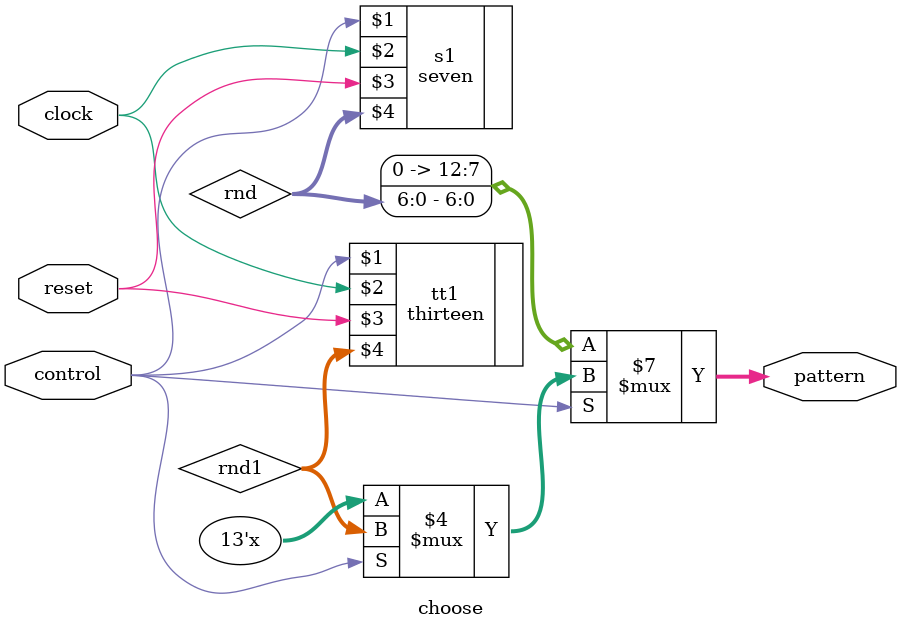
<source format=v>
/*
This Module chooses between PRBS-7 or PRBS-13.
If the input control is 0, PRBS-7 is selected 
and if control is 1, PRBS-13 is selected
*/
module choose(
	input control,
	input clock,
	input reset,
	output reg [12:0] pattern
//	output [12:0] error
);
wire [6:0]rnd;
wire [12:0]rnd1 ;
seven s1(control,clock,reset,rnd);
thirteen tt1(control,clock,reset,rnd1);
always @(*)begin
if(control==0)begin
pattern <=rnd ;
end
else if(control==1)begin
pattern <=rnd1 ;
end
end
//error_adder e1(pattern,error);
endmodule

</source>
